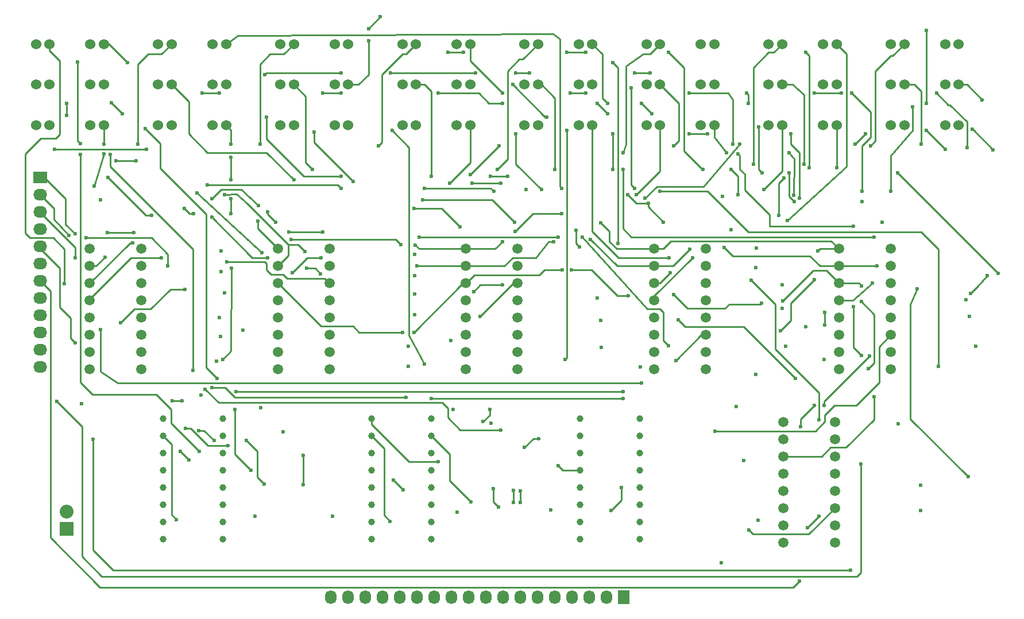
<source format=gbr>
G04 #@! TF.FileFunction,Copper,L4,Bot,Signal*
%FSLAX46Y46*%
G04 Gerber Fmt 4.6, Leading zero omitted, Abs format (unit mm)*
G04 Created by KiCad (PCBNEW 4.0.4-stable) date Wednesday, November 08, 2017 'PMt' 04:38:46 PM*
%MOMM*%
%LPD*%
G01*
G04 APERTURE LIST*
%ADD10C,0.100000*%
%ADD11C,1.500000*%
%ADD12C,1.524000*%
%ADD13R,2.032000X2.032000*%
%ADD14O,2.032000X2.032000*%
%ADD15C,1.000000*%
%ADD16R,1.727200X2.032000*%
%ADD17O,1.727200X2.032000*%
%ADD18R,2.032000X1.727200*%
%ADD19O,2.032000X1.727200*%
%ADD20C,0.600000*%
%ADD21C,0.250000*%
G04 APERTURE END LIST*
D10*
D11*
X128750000Y-104500000D03*
X128750000Y-101960000D03*
X128750000Y-99420000D03*
X128750000Y-96880000D03*
X128750000Y-94340000D03*
X128750000Y-91800000D03*
X128750000Y-89260000D03*
X128750000Y-86720000D03*
X121130000Y-86720000D03*
X121130000Y-89260000D03*
X121130000Y-91800000D03*
X121130000Y-94340000D03*
X121130000Y-96880000D03*
X121130000Y-99420000D03*
X121130000Y-101960000D03*
X121130000Y-104500000D03*
D12*
X85500000Y-62500000D03*
X87500000Y-62500000D03*
X103500000Y-62500000D03*
X105500000Y-62500000D03*
X121500000Y-62500000D03*
X123500000Y-62500000D03*
X139500000Y-62500000D03*
X141500000Y-62500000D03*
X157500000Y-62500000D03*
X159500000Y-62500000D03*
X175500000Y-62500000D03*
X177500000Y-62500000D03*
X193500000Y-62500000D03*
X195500000Y-62500000D03*
X211500000Y-62500000D03*
X213500000Y-62500000D03*
X85500000Y-68500000D03*
X87500000Y-68500000D03*
X103500000Y-68500000D03*
X105500000Y-68500000D03*
X121500000Y-68500000D03*
X123500000Y-68500000D03*
X139500000Y-68500000D03*
X141500000Y-68500000D03*
X157500000Y-68500000D03*
X159500000Y-68500000D03*
X175500000Y-68500000D03*
X177500000Y-68500000D03*
X193500000Y-68500000D03*
X195500000Y-68500000D03*
X211500000Y-68500000D03*
X213500000Y-68500000D03*
X93500000Y-56500000D03*
X95500000Y-56500000D03*
X111500000Y-56500000D03*
X113500000Y-56500000D03*
X129500000Y-56500000D03*
X131500000Y-56500000D03*
X147500000Y-56500000D03*
X149500000Y-56500000D03*
X165500000Y-56500000D03*
X167500000Y-56500000D03*
X183500000Y-56500000D03*
X185500000Y-56500000D03*
X201500000Y-56500000D03*
X203500000Y-56500000D03*
X219500000Y-56500000D03*
X221500000Y-56500000D03*
X93500000Y-62500000D03*
X95500000Y-62500000D03*
X111500000Y-62500000D03*
X113500000Y-62500000D03*
X129500000Y-62500000D03*
X131500000Y-62500000D03*
X147500000Y-62500000D03*
X149500000Y-62500000D03*
X165500000Y-62500000D03*
X167500000Y-62500000D03*
X183500000Y-62500000D03*
X185500000Y-62500000D03*
X201500000Y-62500000D03*
X203500000Y-62500000D03*
X219500000Y-62500000D03*
X221500000Y-62500000D03*
X93500000Y-68500000D03*
X95500000Y-68500000D03*
X111500000Y-68500000D03*
X113500000Y-68500000D03*
X129500000Y-68500000D03*
X131500000Y-68500000D03*
X147500000Y-68500000D03*
X149500000Y-68500000D03*
X165500000Y-68500000D03*
X167500000Y-68500000D03*
X183500000Y-68500000D03*
X185500000Y-68500000D03*
X201500000Y-68500000D03*
X203500000Y-68500000D03*
X219500000Y-68500000D03*
X221500000Y-68500000D03*
X85500000Y-56500000D03*
X87500000Y-56500000D03*
X103500000Y-56500000D03*
X105500000Y-56500000D03*
X121500000Y-56500000D03*
X123500000Y-56500000D03*
X139500000Y-56500000D03*
X141500000Y-56500000D03*
X157500000Y-56500000D03*
X159500000Y-56500000D03*
X175500000Y-56500000D03*
X177500000Y-56500000D03*
X193500000Y-56500000D03*
X195500000Y-56500000D03*
X211500000Y-56500000D03*
X213500000Y-56500000D03*
D13*
X90000000Y-128000000D03*
D14*
X90000000Y-125460000D03*
D11*
X156500000Y-104500000D03*
X156500000Y-101960000D03*
X156500000Y-99420000D03*
X156500000Y-96880000D03*
X156500000Y-94340000D03*
X156500000Y-91800000D03*
X156500000Y-89260000D03*
X156500000Y-86720000D03*
X148880000Y-86720000D03*
X148880000Y-89260000D03*
X148880000Y-91800000D03*
X148880000Y-94340000D03*
X148880000Y-96880000D03*
X148880000Y-99420000D03*
X148880000Y-101960000D03*
X148880000Y-104500000D03*
X184250000Y-104500000D03*
X184250000Y-101960000D03*
X184250000Y-99420000D03*
X184250000Y-96880000D03*
X184250000Y-94340000D03*
X184250000Y-91800000D03*
X184250000Y-89260000D03*
X184250000Y-86720000D03*
X176630000Y-86720000D03*
X176630000Y-89260000D03*
X176630000Y-91800000D03*
X176630000Y-94340000D03*
X176630000Y-96880000D03*
X176630000Y-99420000D03*
X176630000Y-101960000D03*
X176630000Y-104500000D03*
X211500000Y-104500000D03*
X211500000Y-101960000D03*
X211500000Y-99420000D03*
X211500000Y-96880000D03*
X211500000Y-94340000D03*
X211500000Y-91800000D03*
X211500000Y-89260000D03*
X211500000Y-86720000D03*
X203880000Y-86720000D03*
X203880000Y-89260000D03*
X203880000Y-91800000D03*
X203880000Y-94340000D03*
X203880000Y-96880000D03*
X203880000Y-99420000D03*
X203880000Y-101960000D03*
X203880000Y-104500000D03*
X203250000Y-130000000D03*
X203250000Y-127460000D03*
X203250000Y-124920000D03*
X203250000Y-122380000D03*
X203250000Y-119840000D03*
X203250000Y-117300000D03*
X203250000Y-114760000D03*
X203250000Y-112220000D03*
X195630000Y-112220000D03*
X195630000Y-114760000D03*
X195630000Y-117300000D03*
X195630000Y-119840000D03*
X195630000Y-122380000D03*
X195630000Y-124920000D03*
X195630000Y-127460000D03*
X195630000Y-130000000D03*
X101000000Y-104500000D03*
X101000000Y-101960000D03*
X101000000Y-99420000D03*
X101000000Y-96880000D03*
X101000000Y-94340000D03*
X101000000Y-91800000D03*
X101000000Y-89260000D03*
X101000000Y-86720000D03*
X93380000Y-86720000D03*
X93380000Y-89260000D03*
X93380000Y-91800000D03*
X93380000Y-94340000D03*
X93380000Y-96880000D03*
X93380000Y-99420000D03*
X93380000Y-101960000D03*
X93380000Y-104500000D03*
D15*
X113000000Y-129500000D03*
X113000000Y-126960000D03*
X113000000Y-124420000D03*
X113000000Y-121880000D03*
X113000000Y-119340000D03*
X113000000Y-116800000D03*
X113000000Y-114260000D03*
X113000000Y-111720000D03*
X104200000Y-111720000D03*
X104200000Y-114260000D03*
X104200000Y-116800000D03*
X104200000Y-119340000D03*
X104200000Y-121880000D03*
X104200000Y-124420000D03*
X104200000Y-126960000D03*
X104200000Y-129500000D03*
X143750000Y-129500000D03*
X143750000Y-126960000D03*
X143750000Y-124420000D03*
X143750000Y-121880000D03*
X143750000Y-119340000D03*
X143750000Y-116800000D03*
X143750000Y-114260000D03*
X143750000Y-111720000D03*
X134950000Y-111720000D03*
X134950000Y-114260000D03*
X134950000Y-116800000D03*
X134950000Y-119340000D03*
X134950000Y-121880000D03*
X134950000Y-124420000D03*
X134950000Y-126960000D03*
X134950000Y-129500000D03*
X174500000Y-129500000D03*
X174500000Y-126960000D03*
X174500000Y-124420000D03*
X174500000Y-121880000D03*
X174500000Y-119340000D03*
X174500000Y-116800000D03*
X174500000Y-114260000D03*
X174500000Y-111720000D03*
X165700000Y-111720000D03*
X165700000Y-114260000D03*
X165700000Y-116800000D03*
X165700000Y-119340000D03*
X165700000Y-121880000D03*
X165700000Y-124420000D03*
X165700000Y-126960000D03*
X165700000Y-129500000D03*
D16*
X172100000Y-138100000D03*
D17*
X169560000Y-138100000D03*
X167020000Y-138100000D03*
X164480000Y-138100000D03*
X161940000Y-138100000D03*
X159400000Y-138100000D03*
X156860000Y-138100000D03*
X154320000Y-138100000D03*
X151780000Y-138100000D03*
X149240000Y-138100000D03*
X146700000Y-138100000D03*
X144160000Y-138100000D03*
X141620000Y-138100000D03*
X139080000Y-138100000D03*
X136540000Y-138100000D03*
X134000000Y-138100000D03*
X131460000Y-138100000D03*
X128920000Y-138100000D03*
D18*
X86100000Y-76200000D03*
D19*
X86100000Y-78740000D03*
X86100000Y-81280000D03*
X86100000Y-83820000D03*
X86100000Y-86360000D03*
X86100000Y-88900000D03*
X86100000Y-91440000D03*
X86100000Y-93980000D03*
X86100000Y-96520000D03*
X86100000Y-99060000D03*
X86100000Y-101600000D03*
X86100000Y-104140000D03*
D20*
X157700000Y-78000000D03*
X186700000Y-79000000D03*
X188000000Y-83900000D03*
X191700000Y-86600000D03*
X191600000Y-89500000D03*
X195500000Y-92000000D03*
X195500000Y-95500000D03*
X196000000Y-101100000D03*
X191600000Y-105200000D03*
X165100000Y-84000000D03*
X165600000Y-86400000D03*
X168200000Y-94000000D03*
X168700000Y-97300000D03*
X174600000Y-104100000D03*
X168800000Y-101200000D03*
X199000000Y-98200000D03*
X201700000Y-103000000D03*
X207300000Y-79700000D03*
X210200000Y-82800000D03*
X222600000Y-94200000D03*
X223100000Y-96700000D03*
X224000000Y-101100000D03*
X212600000Y-112500000D03*
X215900000Y-121600000D03*
X215900000Y-125300000D03*
X188700000Y-110000000D03*
X189800000Y-117900000D03*
X191900000Y-126700000D03*
X186500000Y-133000000D03*
X92200000Y-109500000D03*
X161400000Y-125200000D03*
X147600000Y-125500000D03*
X162500000Y-118700000D03*
X152600000Y-112400000D03*
X147000000Y-110400000D03*
X146600000Y-100200000D03*
X141300000Y-87500000D03*
X141300000Y-90700000D03*
X141300000Y-93400000D03*
X141300000Y-96400000D03*
X140400000Y-104000000D03*
X140400000Y-101100000D03*
X129200000Y-126100000D03*
X117800000Y-126100000D03*
X121900000Y-113700000D03*
X118600000Y-110100000D03*
X116000000Y-98700000D03*
X112100000Y-103300000D03*
X109800000Y-108300000D03*
X112700000Y-99600000D03*
X112500000Y-96800000D03*
X113300000Y-93200000D03*
X112800000Y-90100000D03*
X112800000Y-87000000D03*
X119600000Y-81300000D03*
X120800000Y-82800000D03*
X95000000Y-79500000D03*
X104900000Y-89200000D03*
X92900000Y-85100000D03*
X107400000Y-92700000D03*
X98000000Y-97600000D03*
X91300000Y-100600000D03*
X113650000Y-88600000D03*
X128750000Y-91800000D03*
X156900000Y-122400000D03*
X156900000Y-124100000D03*
X140000000Y-108600000D03*
X111400000Y-107200000D03*
X107000000Y-109100000D03*
X105600000Y-109100000D03*
X151000000Y-96700000D03*
X171800000Y-121900000D03*
X170300000Y-125300000D03*
X198000000Y-135700000D03*
X199200000Y-127800000D03*
X200900000Y-126100000D03*
X200900000Y-111900000D03*
X190900000Y-91300000D03*
X93900000Y-114800000D03*
X205600000Y-134100000D03*
X222900000Y-120300000D03*
X215400000Y-92600000D03*
X88600000Y-109200000D03*
X207100000Y-118400000D03*
X137700000Y-126900000D03*
X207200000Y-92150000D03*
X207150000Y-94500000D03*
X208200000Y-104400000D03*
X209000000Y-108550000D03*
X195600000Y-94400000D03*
X192450000Y-94700000D03*
X179500000Y-93450000D03*
X179000000Y-90250000D03*
X163100000Y-89800000D03*
X172800000Y-93600000D03*
X164450000Y-89800000D03*
X141250000Y-99000000D03*
X139500000Y-99000000D03*
X119650000Y-88000000D03*
X111400000Y-82050000D03*
X99750000Y-85800000D03*
X91250000Y-88000000D03*
X149600000Y-124000000D03*
X198200000Y-112900000D03*
X200250000Y-109800000D03*
X201700000Y-109800000D03*
X208350000Y-102550000D03*
X209450000Y-89250000D03*
X181900000Y-86800000D03*
X186950000Y-86500000D03*
X167250000Y-85300000D03*
X161800000Y-85700000D03*
X125100000Y-87100000D03*
X125400000Y-89600000D03*
X127450000Y-90400000D03*
X141650000Y-89250000D03*
X113250000Y-78700000D03*
X95650000Y-87950000D03*
X96050000Y-84300000D03*
X99900000Y-84300000D03*
X90350000Y-84700000D03*
X200750000Y-87050000D03*
X201750000Y-96050000D03*
X201750000Y-97900000D03*
X154250000Y-85650000D03*
X156150000Y-84100000D03*
X163000000Y-81500000D03*
X168750000Y-82900000D03*
X123100000Y-85350000D03*
X139250000Y-86050000D03*
X141400000Y-86150000D03*
X111450000Y-79300000D03*
X118200000Y-82600000D03*
X118250000Y-80300000D03*
X107350000Y-80750000D03*
X108700000Y-81500000D03*
X102500000Y-81800000D03*
X96100000Y-76200000D03*
X91250000Y-84500000D03*
X106200000Y-126600000D03*
X119100000Y-121400000D03*
X116500000Y-115000000D03*
X118750000Y-87250000D03*
X90000000Y-65250000D03*
X90000000Y-67000000D03*
X97250000Y-73750000D03*
X100250000Y-73750000D03*
X109250000Y-78500000D03*
X123500000Y-76500000D03*
X126250000Y-75000000D03*
X143750000Y-76000000D03*
X123250000Y-90250000D03*
X127500000Y-88000000D03*
X162000000Y-75000000D03*
X179500000Y-71500000D03*
X153750000Y-71500000D03*
X149500000Y-75750000D03*
X198750000Y-74250000D03*
X155000000Y-76000000D03*
X152500000Y-76000000D03*
X216000000Y-71250000D03*
X154000000Y-77000000D03*
X149750000Y-77000000D03*
X108000000Y-117800000D03*
X106800000Y-116600000D03*
X148000000Y-83500000D03*
X141250000Y-80750000D03*
X130500000Y-77750000D03*
X110750000Y-77250000D03*
X101750000Y-72000000D03*
X88250000Y-72000000D03*
X153000000Y-78250000D03*
X142750000Y-77750000D03*
X130500000Y-76000000D03*
X119500000Y-67250000D03*
X156000000Y-82750000D03*
X142500000Y-79500000D03*
X132250000Y-76750000D03*
X126500000Y-69500000D03*
X156250000Y-69750000D03*
X160000000Y-78000000D03*
X150000000Y-93000000D03*
X154250000Y-92000000D03*
X163750000Y-69250000D03*
X163500000Y-103000000D03*
X174000000Y-78750000D03*
X192750000Y-78000000D03*
X207750000Y-69750000D03*
X206250000Y-71250000D03*
X189250000Y-71250000D03*
X175250000Y-79250000D03*
X91600000Y-59200000D03*
X92000000Y-71200000D03*
X92000000Y-72800000D03*
X109600000Y-116600000D03*
X99000000Y-59250000D03*
X170500000Y-59250000D03*
X171250000Y-85950000D03*
X163000000Y-77750000D03*
X172750000Y-78750000D03*
X178000000Y-82750000D03*
X175750000Y-80000000D03*
X189000000Y-78750000D03*
X188000000Y-75000000D03*
X183800000Y-75000000D03*
X178750000Y-57750000D03*
X166500000Y-57750000D03*
X163750000Y-57750000D03*
X148500000Y-57750000D03*
X146250000Y-57750000D03*
X154250000Y-63750000D03*
X164250000Y-63750000D03*
X166500000Y-63750000D03*
X181750000Y-63750000D03*
X188250000Y-71250000D03*
X197200000Y-78800000D03*
X196500000Y-72500000D03*
X182250000Y-88000000D03*
X169750000Y-65250000D03*
X174750000Y-65250000D03*
X176250000Y-66750000D03*
X192000000Y-68750000D03*
X192500000Y-75500000D03*
X196500000Y-75500000D03*
X197250000Y-79750000D03*
X195000000Y-81750000D03*
X195750000Y-76250000D03*
X199500000Y-74750000D03*
X199000000Y-57750000D03*
X196250000Y-82500000D03*
X200250000Y-91250000D03*
X195250000Y-98750000D03*
X96600000Y-65200000D03*
X139600000Y-122200000D03*
X138200000Y-120800000D03*
X117200000Y-119400000D03*
X114800000Y-110400000D03*
X112200000Y-105800000D03*
X98200000Y-66800000D03*
X101600000Y-69000000D03*
X196750000Y-69750000D03*
X184500000Y-69750000D03*
X181750000Y-69750000D03*
X169750000Y-66750000D03*
X168250000Y-65250000D03*
X154250000Y-65250000D03*
X144750000Y-63750000D03*
X130500000Y-63750000D03*
X127750000Y-63750000D03*
X112500000Y-63750000D03*
X110000000Y-63750000D03*
X198000000Y-79250000D03*
X205750000Y-63750000D03*
X204250000Y-63750000D03*
X200250000Y-63750000D03*
X176000000Y-60750000D03*
X173750000Y-60750000D03*
X158250000Y-60750000D03*
X156250000Y-60750000D03*
X150250000Y-60750000D03*
X137750000Y-60750000D03*
X130500000Y-60750000D03*
X119250000Y-61000000D03*
X207250000Y-78250000D03*
X134500000Y-54250000D03*
X216750000Y-54500000D03*
X216750000Y-65250000D03*
X214750000Y-65750000D03*
X211500000Y-78250000D03*
X136250000Y-52500000D03*
X134500000Y-56000000D03*
X155750000Y-62500000D03*
X160750000Y-67250000D03*
X170500000Y-69750000D03*
X170500000Y-75000000D03*
X209000000Y-85000000D03*
X172000000Y-75000000D03*
X208750000Y-91750000D03*
X173750000Y-77750000D03*
X218500000Y-104000000D03*
X177500000Y-78250000D03*
X173250000Y-63000000D03*
X219500000Y-72000000D03*
X216750000Y-69250000D03*
X190500000Y-65250000D03*
X190250000Y-63750000D03*
X218250000Y-63750000D03*
X222750000Y-71750000D03*
X225000000Y-64750000D03*
X225700000Y-90700000D03*
X223250000Y-93250000D03*
X154000000Y-113400000D03*
X96400000Y-72800000D03*
X108600000Y-104600000D03*
X110400000Y-107400000D03*
X94100000Y-77450000D03*
X174750000Y-106500000D03*
X95000000Y-98650000D03*
X95500000Y-71250000D03*
X95500000Y-72750000D03*
X172000000Y-107750000D03*
X115000000Y-107750000D03*
X113000000Y-103000000D03*
X114300000Y-89550000D03*
X114250000Y-81500000D03*
X114250000Y-79300000D03*
X114250000Y-71250000D03*
X114250000Y-73250000D03*
X114250000Y-76500000D03*
X138000000Y-69250000D03*
X142750000Y-103700000D03*
X143750000Y-108750000D03*
X172000000Y-108750000D03*
X178750000Y-101000000D03*
X166000000Y-85000000D03*
X162500000Y-85000000D03*
X142000000Y-85000000D03*
X146500000Y-77000000D03*
X197400000Y-105800000D03*
X180200000Y-97200000D03*
X178800000Y-88000000D03*
X189000000Y-72750000D03*
X187250000Y-72500000D03*
X207200000Y-102400000D03*
X206000000Y-95200000D03*
X206000000Y-83400000D03*
X227300000Y-90300000D03*
X212500000Y-75500000D03*
X203500000Y-74750000D03*
X223500000Y-69100000D03*
X226600000Y-72100000D03*
X89700000Y-91850000D03*
X100500000Y-71250000D03*
X118500000Y-71250000D03*
X136000000Y-71500000D03*
X104000000Y-88000000D03*
X153500000Y-75000000D03*
X127750000Y-84250000D03*
X122750000Y-84250000D03*
X172000000Y-72500000D03*
X191250000Y-74250000D03*
X208500000Y-71500000D03*
X151400000Y-112200000D03*
X152400000Y-110400000D03*
X179800000Y-103200000D03*
X185600000Y-113600000D03*
X190600000Y-128200000D03*
X109500000Y-113500000D03*
X111750000Y-115000000D03*
X107500000Y-113200000D03*
X113800000Y-115700000D03*
X124900000Y-121500000D03*
X124900000Y-117200000D03*
X144800000Y-118100000D03*
X152900000Y-122100000D03*
X153700000Y-124800000D03*
X159600000Y-114700000D03*
X157500000Y-116000000D03*
X155900000Y-122300000D03*
X155900000Y-124100000D03*
D21*
X191600000Y-89500000D02*
X191400000Y-89500000D01*
X165100000Y-84000000D02*
X165100000Y-85900000D01*
X165100000Y-85900000D02*
X165600000Y-86400000D01*
X163140000Y-119340000D02*
X165700000Y-119340000D01*
X162500000Y-118700000D02*
X163140000Y-119340000D01*
X121900000Y-113700000D02*
X121900000Y-113600000D01*
X119600000Y-81600000D02*
X119600000Y-81300000D01*
X120800000Y-82800000D02*
X119600000Y-81600000D01*
X104900000Y-87500000D02*
X104900000Y-89200000D01*
X102500000Y-85100000D02*
X104900000Y-87500000D01*
X92900000Y-85100000D02*
X102500000Y-85100000D01*
X105300000Y-92700000D02*
X107400000Y-92700000D01*
X102400000Y-95600000D02*
X105300000Y-92700000D01*
X100000000Y-95600000D02*
X102400000Y-95600000D01*
X98000000Y-97600000D02*
X100000000Y-95600000D01*
X90600000Y-99900000D02*
X91300000Y-100600000D01*
X90600000Y-96900000D02*
X90600000Y-99900000D01*
X89000000Y-95300000D02*
X90600000Y-96900000D01*
X89000000Y-89600000D02*
X89000000Y-95300000D01*
X86100000Y-86700000D02*
X89000000Y-89600000D01*
X128050000Y-91100000D02*
X122500000Y-91100000D01*
X122500000Y-91100000D02*
X121900000Y-90500000D01*
X121900000Y-90500000D02*
X120100000Y-90500000D01*
X128050000Y-91100000D02*
X128750000Y-91800000D01*
X119450000Y-89850000D02*
X120100000Y-90500000D01*
X119450000Y-88850000D02*
X119450000Y-89850000D01*
X119200000Y-88600000D02*
X119450000Y-88850000D01*
X113650000Y-88600000D02*
X119200000Y-88600000D01*
X86100000Y-86360000D02*
X86100000Y-86700000D01*
X156900000Y-124100000D02*
X156900000Y-122400000D01*
X114800000Y-108600000D02*
X140000000Y-108600000D01*
X113400000Y-107200000D02*
X114800000Y-108600000D01*
X111400000Y-107200000D02*
X113400000Y-107200000D01*
X105600000Y-109100000D02*
X107000000Y-109100000D01*
X151000000Y-96700000D02*
X155900000Y-91800000D01*
X155900000Y-91800000D02*
X156500000Y-91800000D01*
X171800000Y-123800000D02*
X171800000Y-121900000D01*
X170300000Y-125300000D02*
X171800000Y-123800000D01*
X87600000Y-92940000D02*
X86100000Y-91440000D01*
X87600000Y-129300000D02*
X87600000Y-92940000D01*
X94900000Y-136600000D02*
X87600000Y-129300000D01*
X197100000Y-136600000D02*
X94900000Y-136600000D01*
X198000000Y-135700000D02*
X197100000Y-136600000D01*
X200900000Y-126100000D02*
X199200000Y-127800000D01*
X200900000Y-107900000D02*
X200900000Y-111900000D01*
X194500000Y-101500000D02*
X200900000Y-107900000D01*
X194500000Y-94900000D02*
X194500000Y-101500000D01*
X190900000Y-91300000D02*
X194500000Y-94900000D01*
X93900000Y-114800000D02*
X93900000Y-131100000D01*
X93900000Y-131100000D02*
X96900000Y-134100000D01*
X96900000Y-134100000D02*
X205600000Y-134100000D01*
X222900000Y-120300000D02*
X214400000Y-111800000D01*
X214400000Y-111800000D02*
X214400000Y-94900000D01*
X214400000Y-94900000D02*
X215400000Y-92600000D01*
X88600000Y-109200000D02*
X92300000Y-112900000D01*
X92300000Y-112900000D02*
X92300000Y-132100000D01*
X92300000Y-132100000D02*
X95200000Y-135000000D01*
X95200000Y-135000000D02*
X206500000Y-135000000D01*
X206500000Y-135000000D02*
X207100000Y-134400000D01*
X207100000Y-134400000D02*
X207100000Y-118400000D01*
X136800000Y-116110000D02*
X134950000Y-114260000D01*
X136800000Y-126000000D02*
X136800000Y-116110000D01*
X137700000Y-126900000D02*
X136800000Y-126000000D01*
X206850000Y-91800000D02*
X203880000Y-91800000D01*
X207200000Y-92150000D02*
X206850000Y-91800000D01*
X209050000Y-96400000D02*
X207150000Y-94500000D01*
X209050000Y-103550000D02*
X209050000Y-96400000D01*
X208200000Y-104400000D02*
X209050000Y-103550000D01*
X209000000Y-111900000D02*
X209000000Y-108550000D01*
X204900000Y-116000000D02*
X209000000Y-111900000D01*
X202600000Y-116000000D02*
X204900000Y-116000000D01*
X201300000Y-117300000D02*
X202600000Y-116000000D01*
X195630000Y-117300000D02*
X201300000Y-117300000D01*
X201980000Y-89900000D02*
X203880000Y-91800000D01*
X200100000Y-89900000D02*
X201980000Y-89900000D01*
X195600000Y-94400000D02*
X200100000Y-89900000D01*
X192300000Y-94850000D02*
X192450000Y-94700000D01*
X187700000Y-94850000D02*
X192300000Y-94850000D01*
X187050000Y-95500000D02*
X187700000Y-94850000D01*
X181550000Y-95500000D02*
X187050000Y-95500000D01*
X179500000Y-93450000D02*
X181550000Y-95500000D01*
X177450000Y-91800000D02*
X179000000Y-90250000D01*
X176630000Y-91800000D02*
X177450000Y-91800000D01*
X150150000Y-90550000D02*
X159700000Y-90550000D01*
X159700000Y-90550000D02*
X160450000Y-89800000D01*
X160450000Y-89800000D02*
X163100000Y-89800000D01*
X148900000Y-91800000D02*
X150150000Y-90550000D01*
X171200000Y-93600000D02*
X172800000Y-93600000D01*
X167400000Y-89800000D02*
X171200000Y-93600000D01*
X164450000Y-89800000D02*
X167400000Y-89800000D01*
X148880000Y-91800000D02*
X148900000Y-91800000D01*
X121130000Y-91800000D02*
X121150000Y-91800000D01*
X121150000Y-91800000D02*
X127500000Y-98150000D01*
X141250000Y-99000000D02*
X148450000Y-91800000D01*
X133100000Y-99000000D02*
X139500000Y-99000000D01*
X132250000Y-98150000D02*
X133100000Y-99000000D01*
X127500000Y-98150000D02*
X132250000Y-98150000D01*
X148450000Y-91800000D02*
X148880000Y-91800000D01*
X93380000Y-91800000D02*
X93400000Y-91800000D01*
X93400000Y-91800000D02*
X99400000Y-85800000D01*
X117350000Y-88000000D02*
X119650000Y-88000000D01*
X111400000Y-82050000D02*
X117350000Y-88000000D01*
X99400000Y-85800000D02*
X99750000Y-85800000D01*
X86100000Y-81280000D02*
X86100000Y-81350000D01*
X86100000Y-81350000D02*
X91250000Y-86500000D01*
X91250000Y-86500000D02*
X91250000Y-88000000D01*
X146500000Y-117010000D02*
X143750000Y-114260000D01*
X146500000Y-120900000D02*
X146500000Y-117010000D01*
X149600000Y-124000000D02*
X146500000Y-120900000D01*
X198200000Y-111850000D02*
X198200000Y-112900000D01*
X200250000Y-109800000D02*
X198200000Y-111850000D01*
X201700000Y-109200000D02*
X201700000Y-109800000D01*
X208350000Y-102550000D02*
X201700000Y-109200000D01*
X209460000Y-89260000D02*
X209450000Y-89250000D01*
X203880000Y-89260000D02*
X209460000Y-89260000D01*
X179440000Y-89260000D02*
X176630000Y-89260000D01*
X181900000Y-86800000D02*
X179440000Y-89260000D01*
X188250000Y-87800000D02*
X186950000Y-86500000D01*
X199600000Y-87800000D02*
X188250000Y-87800000D01*
X201060000Y-89260000D02*
X199600000Y-87800000D01*
X203880000Y-89260000D02*
X201060000Y-89260000D01*
X148880000Y-89260000D02*
X154490000Y-89260000D01*
X171210000Y-89260000D02*
X176630000Y-89260000D01*
X167250000Y-85300000D02*
X171210000Y-89260000D01*
X161000000Y-85700000D02*
X161800000Y-85700000D01*
X159200000Y-88000000D02*
X161000000Y-85700000D01*
X155750000Y-88000000D02*
X159200000Y-88000000D01*
X154490000Y-89260000D02*
X155750000Y-88000000D01*
X148880000Y-89260000D02*
X141660000Y-89260000D01*
X124100000Y-86100000D02*
X122700000Y-86100000D01*
X125100000Y-87100000D02*
X124100000Y-86100000D01*
X126650000Y-89600000D02*
X125400000Y-89600000D01*
X127450000Y-90400000D02*
X126650000Y-89600000D01*
X141660000Y-89260000D02*
X141650000Y-89250000D01*
X121140000Y-89260000D02*
X122700000Y-87700000D01*
X122700000Y-87700000D02*
X122700000Y-86100000D01*
X122700000Y-86100000D02*
X116700000Y-80100000D01*
X116700000Y-80100000D02*
X115050000Y-78650000D01*
X115050000Y-78650000D02*
X113250000Y-78700000D01*
X94340000Y-89260000D02*
X93380000Y-89260000D01*
X95650000Y-87950000D02*
X94340000Y-89260000D01*
X99900000Y-84300000D02*
X96050000Y-84300000D01*
X121130000Y-89260000D02*
X121140000Y-89260000D01*
X90350000Y-84700000D02*
X88150000Y-82350000D01*
X88150000Y-82350000D02*
X88150000Y-80790000D01*
X88150000Y-80790000D02*
X86100000Y-78740000D01*
X201080000Y-86720000D02*
X203880000Y-86720000D01*
X200750000Y-87050000D02*
X201080000Y-86720000D01*
X201750000Y-97900000D02*
X201750000Y-96050000D01*
X176630000Y-86720000D02*
X177930000Y-86720000D01*
X202710000Y-85550000D02*
X203880000Y-86720000D01*
X179100000Y-85550000D02*
X202710000Y-85550000D01*
X177930000Y-86720000D02*
X179100000Y-85550000D01*
X153180000Y-86720000D02*
X154250000Y-85650000D01*
X156150000Y-84100000D02*
X158750000Y-81500000D01*
X158750000Y-81500000D02*
X163000000Y-81500000D01*
X148880000Y-86720000D02*
X153180000Y-86720000D01*
X171070000Y-86720000D02*
X176630000Y-86720000D01*
X170000000Y-85650000D02*
X171070000Y-86720000D01*
X170000000Y-84150000D02*
X170000000Y-85650000D01*
X168750000Y-82900000D02*
X170000000Y-84150000D01*
X148880000Y-86720000D02*
X141970000Y-86720000D01*
X138550000Y-85350000D02*
X123100000Y-85350000D01*
X139250000Y-86050000D02*
X138550000Y-85350000D01*
X141970000Y-86720000D02*
X141400000Y-86150000D01*
X112750000Y-78000000D02*
X111450000Y-79300000D01*
X121130000Y-86680000D02*
X118200000Y-83750000D01*
X118200000Y-83750000D02*
X118200000Y-82600000D01*
X118250000Y-80300000D02*
X115750000Y-78000000D01*
X115750000Y-78000000D02*
X112750000Y-78000000D01*
X108100000Y-81500000D02*
X107350000Y-80750000D01*
X101700000Y-81800000D02*
X102500000Y-81800000D01*
X96100000Y-76200000D02*
X101700000Y-81800000D01*
X108700000Y-81500000D02*
X108100000Y-81500000D01*
X121130000Y-86720000D02*
X121130000Y-86680000D01*
X86100000Y-76200000D02*
X86700000Y-76200000D01*
X86700000Y-76200000D02*
X89850000Y-79350000D01*
X89850000Y-79350000D02*
X89850000Y-83100000D01*
X89850000Y-83100000D02*
X91250000Y-84500000D01*
X105500000Y-115560000D02*
X104200000Y-114260000D01*
X105500000Y-125900000D02*
X105500000Y-115560000D01*
X106200000Y-126600000D02*
X105500000Y-125900000D01*
X119100000Y-121400000D02*
X118100000Y-120400000D01*
X118100000Y-120400000D02*
X118100000Y-116600000D01*
X118100000Y-116600000D02*
X116500000Y-115000000D01*
X90000000Y-65250000D02*
X90000000Y-67000000D01*
X97250000Y-73750000D02*
X100250000Y-73750000D01*
X109250000Y-78500000D02*
X118750000Y-87250000D01*
X118750000Y-87250000D02*
X118750000Y-87250000D01*
X123500000Y-76500000D02*
X119500000Y-72500000D01*
X119500000Y-72500000D02*
X110750000Y-72500000D01*
X110750000Y-72500000D02*
X108000000Y-69750000D01*
X108000000Y-69750000D02*
X108000000Y-65000000D01*
X108000000Y-65000000D02*
X105500000Y-62500000D01*
X125250000Y-64250000D02*
X123500000Y-62500000D01*
X125250000Y-74000000D02*
X125250000Y-64250000D01*
X126250000Y-75000000D02*
X125250000Y-74000000D01*
X142750000Y-62500000D02*
X141500000Y-62500000D01*
X143750000Y-63500000D02*
X142750000Y-62500000D01*
X143750000Y-76000000D02*
X143750000Y-63500000D01*
X123250000Y-90250000D02*
X125500000Y-88000000D01*
X125500000Y-88000000D02*
X127500000Y-88000000D01*
X162000000Y-64500000D02*
X160000000Y-62500000D01*
X162000000Y-75000000D02*
X162000000Y-64500000D01*
X160000000Y-62500000D02*
X159500000Y-62500000D01*
X180250000Y-65250000D02*
X177500000Y-62500000D01*
X180250000Y-70750000D02*
X180250000Y-65250000D01*
X179500000Y-71500000D02*
X180250000Y-70750000D01*
X149500000Y-75750000D02*
X153750000Y-71500000D01*
X197000000Y-62500000D02*
X195500000Y-62500000D01*
X198750000Y-64000000D02*
X197000000Y-62500000D01*
X198750000Y-74250000D02*
X198750000Y-64000000D01*
X152500000Y-76000000D02*
X155000000Y-76000000D01*
X215000000Y-62500000D02*
X213500000Y-62500000D01*
X216000000Y-63500000D02*
X215000000Y-62500000D01*
X216000000Y-71250000D02*
X216000000Y-63500000D01*
X149750000Y-77000000D02*
X154000000Y-77000000D01*
X108000000Y-117800000D02*
X106800000Y-116600000D01*
X148000000Y-83500000D02*
X145250000Y-80750000D01*
X145250000Y-80750000D02*
X141250000Y-80750000D01*
X130500000Y-77750000D02*
X130000000Y-77250000D01*
X130000000Y-77250000D02*
X110750000Y-77250000D01*
X101750000Y-72000000D02*
X88250000Y-72000000D01*
X153000000Y-78250000D02*
X152500000Y-77750000D01*
X152500000Y-77750000D02*
X142750000Y-77750000D01*
X130500000Y-76000000D02*
X125000000Y-76000000D01*
X125000000Y-76000000D02*
X119500000Y-70500000D01*
X119500000Y-70500000D02*
X119500000Y-67250000D01*
X156000000Y-82750000D02*
X152750000Y-79500000D01*
X152750000Y-79500000D02*
X142500000Y-79500000D01*
X132250000Y-76750000D02*
X126500000Y-71000000D01*
X126500000Y-71000000D02*
X126500000Y-69500000D01*
X156250000Y-74250000D02*
X156250000Y-69750000D01*
X160000000Y-78000000D02*
X156250000Y-74250000D01*
X150000000Y-93000000D02*
X151000000Y-92000000D01*
X151000000Y-92000000D02*
X154250000Y-92000000D01*
X163750000Y-102750000D02*
X163750000Y-69250000D01*
X163500000Y-103000000D02*
X163750000Y-102750000D01*
X177500000Y-75250000D02*
X177500000Y-68500000D01*
X174000000Y-78750000D02*
X177500000Y-75250000D01*
X195500000Y-75250000D02*
X195500000Y-68500000D01*
X192750000Y-78000000D02*
X195500000Y-75250000D01*
X207750000Y-69750000D02*
X206750000Y-70750000D01*
X206750000Y-70750000D02*
X206250000Y-71250000D01*
X189250000Y-71250000D02*
X183900000Y-77500000D01*
X183900000Y-77500000D02*
X177000000Y-77500000D01*
X177000000Y-77500000D02*
X175250000Y-79250000D01*
X91600000Y-70800000D02*
X91600000Y-59200000D01*
X92000000Y-71200000D02*
X91600000Y-70800000D01*
X92000000Y-106400000D02*
X92000000Y-72800000D01*
X93800000Y-108200000D02*
X92000000Y-106400000D01*
X103200000Y-108200000D02*
X93800000Y-108200000D01*
X105400000Y-110400000D02*
X103200000Y-108200000D01*
X105400000Y-112400000D02*
X105400000Y-110400000D01*
X109600000Y-116600000D02*
X105400000Y-112400000D01*
X95500000Y-56500000D02*
X96250000Y-56500000D01*
X96250000Y-56500000D02*
X99000000Y-59250000D01*
X170500000Y-59250000D02*
X171250000Y-60000000D01*
X171250000Y-60000000D02*
X171250000Y-85950000D01*
X175750000Y-80000000D02*
X174000000Y-80000000D01*
X115250000Y-55250000D02*
X113500000Y-56500000D01*
X161750000Y-55000000D02*
X115250000Y-55250000D01*
X162750000Y-55750000D02*
X161750000Y-55000000D01*
X162750000Y-77500000D02*
X162750000Y-55750000D01*
X163000000Y-77750000D02*
X162750000Y-77500000D01*
X174000000Y-80000000D02*
X172750000Y-78750000D01*
X178000000Y-82750000D02*
X175750000Y-80500000D01*
X175750000Y-80500000D02*
X175750000Y-80000000D01*
X189000000Y-76000000D02*
X189000000Y-78750000D01*
X188000000Y-75000000D02*
X189000000Y-76000000D01*
X183750000Y-75000000D02*
X183800000Y-75000000D01*
X181000000Y-72250000D02*
X183750000Y-75000000D01*
X181000000Y-60000000D02*
X181000000Y-72250000D01*
X178750000Y-57750000D02*
X181000000Y-60000000D01*
X163750000Y-57750000D02*
X166500000Y-57750000D01*
X146250000Y-57750000D02*
X148500000Y-57750000D01*
X149500000Y-59000000D02*
X154250000Y-63750000D01*
X164250000Y-63750000D02*
X166500000Y-63750000D01*
X181750000Y-63750000D02*
X187500000Y-63750000D01*
X187500000Y-63750000D02*
X188250000Y-64750000D01*
X188250000Y-64750000D02*
X188250000Y-71250000D01*
X149500000Y-56500000D02*
X149500000Y-59000000D01*
X197250000Y-73500000D02*
X197200000Y-78800000D01*
X196500000Y-72500000D02*
X197250000Y-73500000D01*
X176630000Y-94340000D02*
X176630000Y-93620000D01*
X176630000Y-93620000D02*
X182250000Y-88000000D01*
X169000000Y-58000000D02*
X167500000Y-56500000D01*
X169000000Y-64500000D02*
X169000000Y-58000000D01*
X169750000Y-65250000D02*
X169000000Y-64500000D01*
X176250000Y-66750000D02*
X174750000Y-65250000D01*
X192000000Y-75000000D02*
X192000000Y-68750000D01*
X192500000Y-75500000D02*
X192000000Y-75000000D01*
X196500000Y-79000000D02*
X196500000Y-75500000D01*
X197250000Y-79750000D02*
X196500000Y-79000000D01*
X195000000Y-77000000D02*
X195000000Y-81750000D01*
X195750000Y-76250000D02*
X195000000Y-77000000D01*
X199500000Y-58250000D02*
X199500000Y-74750000D01*
X199000000Y-57750000D02*
X199500000Y-58250000D01*
X205000000Y-58000000D02*
X203500000Y-56500000D01*
X205000000Y-74600000D02*
X205000000Y-58000000D01*
X196250000Y-82500000D02*
X205000000Y-74600000D01*
X196750000Y-94750000D02*
X200250000Y-91250000D01*
X196750000Y-97250000D02*
X196750000Y-94750000D01*
X195250000Y-98750000D02*
X196750000Y-97250000D01*
X108400000Y-79400000D02*
X103800000Y-74800000D01*
X139600000Y-122200000D02*
X138200000Y-120800000D01*
X117200000Y-119400000D02*
X114800000Y-117000000D01*
X114800000Y-117000000D02*
X114800000Y-110400000D01*
X112200000Y-105800000D02*
X110600000Y-104200000D01*
X110600000Y-104200000D02*
X110600000Y-81600000D01*
X110600000Y-81600000D02*
X108400000Y-79400000D01*
X96600000Y-65200000D02*
X96600000Y-65200000D01*
X98200000Y-66800000D02*
X96600000Y-65200000D01*
X103800000Y-71200000D02*
X101600000Y-69000000D01*
X103800000Y-74800000D02*
X103800000Y-71200000D01*
X196750000Y-69750000D02*
X196750000Y-71250000D01*
X181750000Y-69750000D02*
X184500000Y-69750000D01*
X168250000Y-65250000D02*
X169750000Y-66750000D01*
X152250000Y-65250000D02*
X154250000Y-65250000D01*
X150750000Y-63750000D02*
X152250000Y-65250000D01*
X144750000Y-63750000D02*
X150750000Y-63750000D01*
X127750000Y-63750000D02*
X130500000Y-63750000D01*
X110000000Y-63750000D02*
X112500000Y-63750000D01*
X198000000Y-72500000D02*
X198000000Y-79250000D01*
X196750000Y-71250000D02*
X198000000Y-72500000D01*
X207250000Y-71500000D02*
X207250000Y-78250000D01*
X208500000Y-70250000D02*
X207250000Y-71500000D01*
X205750000Y-63750000D02*
X208500000Y-66500000D01*
X200250000Y-63750000D02*
X204250000Y-63750000D01*
X173750000Y-60750000D02*
X176000000Y-60750000D01*
X156250000Y-60750000D02*
X158250000Y-60750000D01*
X137750000Y-60750000D02*
X150250000Y-60750000D01*
X119500000Y-60750000D02*
X130500000Y-60750000D01*
X119250000Y-61000000D02*
X119500000Y-60750000D01*
X208500000Y-66500000D02*
X208500000Y-70250000D01*
X136250000Y-52500000D02*
X134500000Y-54250000D01*
X216750000Y-64250000D02*
X216750000Y-54500000D01*
X216750000Y-65250000D02*
X216750000Y-64250000D01*
X214750000Y-69250000D02*
X214750000Y-65750000D01*
X211500000Y-73000000D02*
X214750000Y-69250000D01*
X211500000Y-78250000D02*
X211500000Y-73000000D01*
X133000000Y-62500000D02*
X131500000Y-62500000D01*
X134500000Y-61000000D02*
X133000000Y-62500000D01*
X134500000Y-56000000D02*
X134500000Y-61000000D01*
X155750000Y-62500000D02*
X160500000Y-67250000D01*
X160500000Y-67250000D02*
X160750000Y-67250000D01*
X170500000Y-69750000D02*
X170500000Y-75000000D01*
X209000000Y-85000000D02*
X173250000Y-85000000D01*
X173250000Y-85000000D02*
X172000000Y-83750000D01*
X172000000Y-83750000D02*
X172000000Y-75000000D01*
X203880000Y-94340000D02*
X205910000Y-94340000D01*
X205910000Y-94340000D02*
X208750000Y-91750000D01*
X173750000Y-77750000D02*
X173250000Y-77250000D01*
X184500000Y-78250000D02*
X177500000Y-78250000D01*
X190500000Y-84250000D02*
X184500000Y-78250000D01*
X216000000Y-84250000D02*
X190500000Y-84250000D01*
X218500000Y-86750000D02*
X216000000Y-84250000D01*
X218500000Y-103750000D02*
X218500000Y-86750000D01*
X218500000Y-104000000D02*
X218500000Y-103750000D01*
X173250000Y-77250000D02*
X173250000Y-63000000D01*
X216750000Y-69250000D02*
X219500000Y-72000000D01*
X190500000Y-64000000D02*
X190500000Y-65250000D01*
X190250000Y-63750000D02*
X190500000Y-64000000D01*
X218250000Y-63750000D02*
X220000000Y-65500000D01*
X220000000Y-65500000D02*
X220250000Y-65500000D01*
X220250000Y-65500000D02*
X222750000Y-68000000D01*
X222750000Y-68000000D02*
X222750000Y-71750000D01*
X222750000Y-62500000D02*
X221500000Y-62500000D01*
X225000000Y-64750000D02*
X222750000Y-62500000D01*
X224250000Y-92250000D02*
X225700000Y-90700000D01*
X223250000Y-93250000D02*
X224250000Y-92250000D01*
X146200000Y-110400000D02*
X146200000Y-110200000D01*
X146200000Y-111600000D02*
X146200000Y-110400000D01*
X148000000Y-113400000D02*
X146200000Y-111600000D01*
X154000000Y-113400000D02*
X148000000Y-113400000D01*
X96400000Y-74600000D02*
X96400000Y-72800000D01*
X108600000Y-86800000D02*
X96400000Y-74600000D01*
X108600000Y-104600000D02*
X108600000Y-86800000D01*
X112400000Y-109400000D02*
X110400000Y-107400000D01*
X145400000Y-109400000D02*
X112400000Y-109400000D01*
X146200000Y-110200000D02*
X145400000Y-109400000D01*
X174750000Y-106500000D02*
X97500000Y-106500000D01*
X97500000Y-106500000D02*
X95000000Y-104800000D01*
X95000000Y-104800000D02*
X95000000Y-98650000D01*
X95500000Y-71250000D02*
X95500000Y-68500000D01*
X94100000Y-77450000D02*
X95500000Y-72750000D01*
X114250000Y-69250000D02*
X113500000Y-68500000D01*
X172000000Y-107750000D02*
X115000000Y-107750000D01*
X113000000Y-103000000D02*
X114250000Y-101750000D01*
X114250000Y-101750000D02*
X114300000Y-89550000D01*
X114250000Y-81500000D02*
X114250000Y-79300000D01*
X114250000Y-76500000D02*
X114250000Y-73250000D01*
X114250000Y-71250000D02*
X114250000Y-69250000D01*
X140500000Y-71750000D02*
X138000000Y-69250000D01*
X140500000Y-99500000D02*
X140500000Y-71750000D01*
X142750000Y-103700000D02*
X140500000Y-99500000D01*
X172000000Y-108750000D02*
X143750000Y-108750000D01*
X149500000Y-68500000D02*
X149500000Y-74000000D01*
X178750000Y-101000000D02*
X178000000Y-100250000D01*
X178000000Y-100250000D02*
X178000000Y-96100000D01*
X178000000Y-96100000D02*
X177500000Y-95600000D01*
X177500000Y-95600000D02*
X175600000Y-95600000D01*
X175600000Y-95600000D02*
X166000000Y-85000000D01*
X142000000Y-85000000D02*
X162500000Y-85000000D01*
X149500000Y-74000000D02*
X146500000Y-77000000D01*
X167500000Y-68500000D02*
X167500000Y-84100000D01*
X189800000Y-98200000D02*
X197400000Y-105800000D01*
X181200000Y-98200000D02*
X189800000Y-98200000D01*
X180200000Y-97200000D02*
X181200000Y-98200000D01*
X171400000Y-88000000D02*
X178800000Y-88000000D01*
X167500000Y-84100000D02*
X171400000Y-88000000D01*
X189000000Y-72750000D02*
X189250000Y-73000000D01*
X189250000Y-73000000D02*
X189250000Y-75000000D01*
X185500000Y-70250000D02*
X185500000Y-68500000D01*
X185500000Y-70250000D02*
X187250000Y-72500000D01*
X193600000Y-83400000D02*
X193600000Y-81700000D01*
X207200000Y-102400000D02*
X206000000Y-101200000D01*
X206000000Y-101200000D02*
X206000000Y-95200000D01*
X206000000Y-83400000D02*
X193600000Y-83400000D01*
X189950000Y-75700000D02*
X189250000Y-75000000D01*
X189950000Y-78050000D02*
X189950000Y-75700000D01*
X193600000Y-81700000D02*
X189950000Y-78050000D01*
X203500000Y-68500000D02*
X203500000Y-74750000D01*
X226500000Y-89500000D02*
X227300000Y-90300000D01*
X212500000Y-75500000D02*
X226500000Y-89500000D01*
X223500000Y-69100000D02*
X223600000Y-69100000D01*
X223600000Y-69100000D02*
X226600000Y-72100000D01*
X89000000Y-67000000D02*
X89000000Y-59000000D01*
X89000000Y-59000000D02*
X87500000Y-57500000D01*
X87500000Y-57500000D02*
X87500000Y-56500000D01*
X89000000Y-69800000D02*
X89000000Y-67000000D01*
X88350000Y-70450000D02*
X89000000Y-69800000D01*
X86150000Y-70450000D02*
X88350000Y-70450000D01*
X83900000Y-72700000D02*
X86150000Y-70450000D01*
X83900000Y-84400000D02*
X83900000Y-72700000D01*
X84600000Y-85100000D02*
X83900000Y-84400000D01*
X88050000Y-85100000D02*
X84600000Y-85100000D01*
X89700000Y-86750000D02*
X88050000Y-85100000D01*
X89700000Y-91850000D02*
X89700000Y-86750000D01*
X104000000Y-58000000D02*
X105500000Y-56500000D01*
X102000000Y-58000000D02*
X104000000Y-58000000D01*
X100500000Y-59500000D02*
X102000000Y-58000000D01*
X100500000Y-71250000D02*
X100500000Y-59500000D01*
X122000000Y-58000000D02*
X123500000Y-56500000D01*
X120000000Y-58000000D02*
X122000000Y-58000000D01*
X118500000Y-59500000D02*
X120000000Y-58000000D01*
X118500000Y-71250000D02*
X118500000Y-59500000D01*
X140000000Y-58000000D02*
X141500000Y-56500000D01*
X139500000Y-58000000D02*
X140000000Y-58000000D01*
X136500000Y-61000000D02*
X139500000Y-58000000D01*
X136500000Y-71000000D02*
X136500000Y-61000000D01*
X136000000Y-71500000D02*
X136500000Y-71000000D01*
X93380000Y-94340000D02*
X93380000Y-94120000D01*
X93380000Y-94120000D02*
X99500000Y-88000000D01*
X99500000Y-88000000D02*
X104000000Y-88000000D01*
X157250000Y-58750000D02*
X159500000Y-56500000D01*
X156750000Y-58750000D02*
X157250000Y-58750000D01*
X155000000Y-60500000D02*
X156750000Y-58750000D01*
X155000000Y-73500000D02*
X155000000Y-60500000D01*
X153500000Y-75000000D02*
X155000000Y-73500000D01*
X122750000Y-84250000D02*
X127750000Y-84250000D01*
X176000000Y-58000000D02*
X177500000Y-56500000D01*
X175000000Y-58000000D02*
X176000000Y-58000000D01*
X172500000Y-59750000D02*
X175000000Y-58000000D01*
X172500000Y-71250000D02*
X172500000Y-59750000D01*
X172000000Y-72500000D02*
X172500000Y-71250000D01*
X194250000Y-57750000D02*
X195500000Y-56500000D01*
X193500000Y-57750000D02*
X194250000Y-57750000D01*
X191250000Y-60000000D02*
X193500000Y-57750000D01*
X191250000Y-73000000D02*
X191250000Y-60000000D01*
X191250000Y-74250000D02*
X191250000Y-73000000D01*
X211750000Y-58250000D02*
X213500000Y-56500000D01*
X211500000Y-58250000D02*
X211750000Y-58250000D01*
X209250000Y-60500000D02*
X211500000Y-58250000D01*
X209250000Y-70750000D02*
X209250000Y-60500000D01*
X208500000Y-71500000D02*
X209250000Y-70750000D01*
X151400000Y-112200000D02*
X152400000Y-111200000D01*
X152400000Y-111200000D02*
X152400000Y-110400000D01*
X179800000Y-103200000D02*
X183580000Y-99420000D01*
X183580000Y-99420000D02*
X184250000Y-99420000D01*
X185600000Y-113600000D02*
X200400000Y-113600000D01*
X200400000Y-113600000D02*
X201800000Y-112200000D01*
X201800000Y-112200000D02*
X201800000Y-111200000D01*
X201800000Y-111200000D02*
X203200000Y-109800000D01*
X203200000Y-109800000D02*
X206400000Y-109800000D01*
X206400000Y-109800000D02*
X209800000Y-106400000D01*
X209800000Y-106400000D02*
X209800000Y-101120000D01*
X209800000Y-101120000D02*
X211500000Y-99420000D01*
X190600000Y-128200000D02*
X191200000Y-128800000D01*
X191200000Y-128800000D02*
X199370000Y-128800000D01*
X199370000Y-128800000D02*
X203250000Y-124920000D01*
X110250000Y-113500000D02*
X109500000Y-113500000D01*
X111750000Y-115000000D02*
X110250000Y-113500000D01*
X108300000Y-113200000D02*
X107500000Y-113200000D01*
X110800000Y-115700000D02*
X108300000Y-113200000D01*
X113800000Y-115700000D02*
X110800000Y-115700000D01*
X124900000Y-121500000D02*
X124900000Y-117200000D01*
X134950000Y-112550000D02*
X134950000Y-111720000D01*
X140500000Y-118100000D02*
X134950000Y-112550000D01*
X144800000Y-118100000D02*
X140500000Y-118100000D01*
X152900000Y-124000000D02*
X152900000Y-122100000D01*
X153700000Y-124800000D02*
X152900000Y-124000000D01*
X158800000Y-114700000D02*
X159600000Y-114700000D01*
X157500000Y-116000000D02*
X158800000Y-114700000D01*
X155900000Y-124100000D02*
X155900000Y-122300000D01*
M02*

</source>
